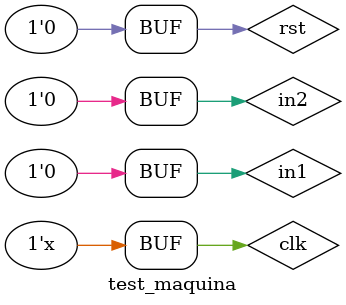
<source format=v>
`timescale 1ns / 1ps


module test_maquina;

	// Inputs
	reg clk;
	reg rst;
	reg in1;
	reg in2;
	

	// Outputs
	wire out1;
	wire out2;
	wire state1;
	wire state2;

	// Instantiate the Unit Under Test (UUT)
	maquina_programada dut(
		clk, 
		rst, 
		in1, 
		in2,
		state1,
		state2,
		out1, 
		out2
	);
	always #20 clk = ~clk;
	initial begin
		// Initialize Inputs
		clk = 0;
		rst = 0;
		
		in1 = 0;
		in2 = 1;
		$display("State = ", dut.state[0],dut.state[1], ", Input1 = ", in1,", Input2 = ", in2, ", State1 = ", state1, ", State2 = ", state2,", Output1 = ", out1, ", Output2 = ", out2);
		#250
		in1 = 1;
		in2 = 0;
		$display("State = ", dut.state[0],dut.state[1], ", Input1 = ", in1,", Input2 = ", in2, ", State1 = ", state1, ", State2 = ", state2,", Output1 = ", out1, ", Output2 = ", out2);
		#250;
		in1 = 1;
		in2 = 1;
		$display("State = ", dut.state[0],dut.state[1], ", Input1 = ", in1,", Input2 = ", in2, ", State1 = ", state1, ", State2 = ", state2,", Output1 = ", out1, ", Output2 = ", out2);
		#250;
		in1 = 0;
		in2 = 0;
		$display("State = ", dut.state[0],dut.state[1], ", Input1 = ", in1,", Input2 = ", in2, ", State1 = ", state1, ", State2 = ", state2,", Output1 = ", out1, ", Output2 = ", out2);
		#250;
		
	end		

endmodule


</source>
